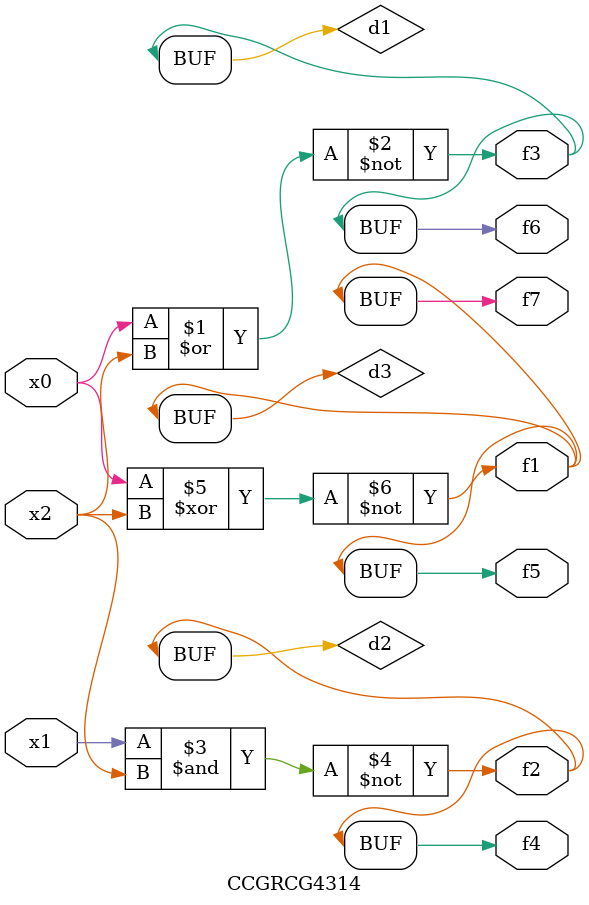
<source format=v>
module CCGRCG4314(
	input x0, x1, x2,
	output f1, f2, f3, f4, f5, f6, f7
);

	wire d1, d2, d3;

	nor (d1, x0, x2);
	nand (d2, x1, x2);
	xnor (d3, x0, x2);
	assign f1 = d3;
	assign f2 = d2;
	assign f3 = d1;
	assign f4 = d2;
	assign f5 = d3;
	assign f6 = d1;
	assign f7 = d3;
endmodule

</source>
